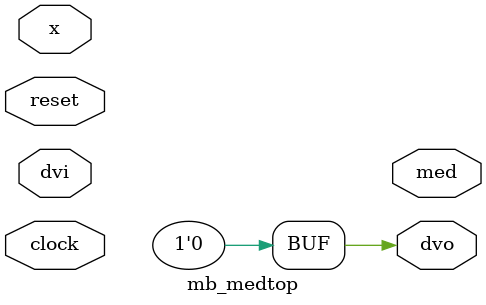
<source format=v>


module mb_medtop 
(
    input  wire       clock,
    input  wire       reset,
    input  wire [7:0] x,
    input  wire       dvi,
    output wire [7:0] med,
    output wire       dvo
);

   assign dvo = 1'b0;
   
endmodule

</source>
